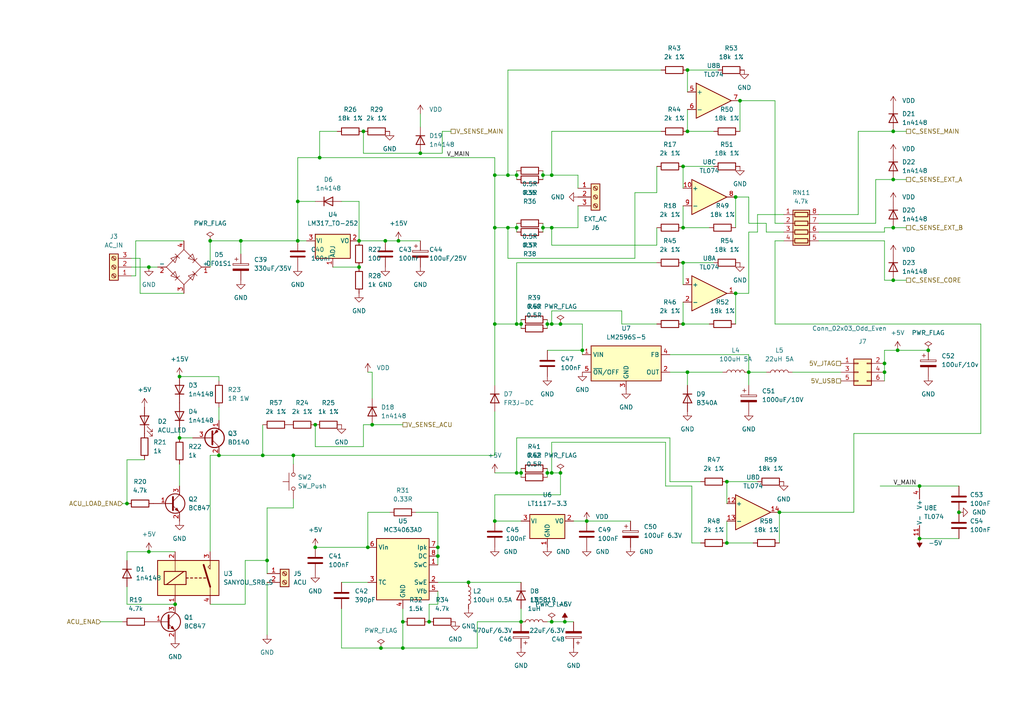
<source format=kicad_sch>
(kicad_sch (version 20211123) (generator eeschema)
  (paper "A4")
  (lib_symbols
    (symbol "Amplifier_Operational:TL074" (pin_names (offset 0.127))
      (property "Reference" "U" (at 0 5.08 0))
      (property "Value" "TL074" (at 0 -5.08 0))
      (symbol "TL074_1_1"
        (pin output line (at 7.62 0 180) (length 2.54) (name "~") (number "1"))
        (pin input line (at -7.62 -2.54 0) (length 2.54) (name "-") (number "2"))
        (pin input line (at -7.62 2.54 0) (length 2.54) (name "+") (number "3"))
      )
      (symbol "TL074_2_1"
        (pin input line (at -7.62 2.54 0) (length 2.54) (name "+") (number "5"))
        (pin input line (at -7.62 -2.54 0) (length 2.54) (name "-") (number "6"))
        (pin output line (at 7.62 0 180) (length 2.54) (name "~") (number "7"))
      )
      (symbol "TL074_3_1"
        (pin input line (at -7.62 2.54 0) (length 2.54) (name "+") (number "10"))
        (pin output line (at 7.62 0 180) (length 2.54) (name "~") (number "8"))
        (pin input line (at -7.62 -2.54 0) (length 2.54) (name "-") (number "9"))
      )
      (symbol "TL074_4_1"
        (pin input line (at -7.62 2.54 0) (length 2.54) (name "+") (number "12"))
        (pin input line (at -7.62 -2.54 0) (length 2.54) (name "-") (number "13"))
        (pin output line (at 7.62 0 180) (length 2.54) (name "~") (number "14"))
      )
      (symbol "TL074_5_1"
        (pin power_in line (at -2.54 -7.62 90) (length 3.81) (name "V-") (number "11"))
        (pin power_in line (at -2.54 7.62 270) (length 3.81) (name "V+") (number "4"))
      )
    )
    (symbol "Connector:Screw_Terminal_01x02" (pin_names (offset 1.016) hide)
      (property "Reference" "J" (at 0 2.54 0))
      (property "Value" "Screw_Terminal_01x02" (at 0 -5.08 0))
      (symbol "Screw_Terminal_01x02_1_1"
        (pin passive line (at -5.08 0 0) (length 3.81) (name "Pin_1") (number "1"))
        (pin passive line (at -5.08 -2.54 0) (length 3.81) (name "Pin_2") (number "2"))
      )
    )
    (symbol "Connector:Screw_Terminal_01x03" (pin_names (offset 1.016) hide)
      (property "Reference" "J" (at 0 5.08 0))
      (property "Value" "Screw_Terminal_01x03" (at 0 -5.08 0))
      (symbol "Screw_Terminal_01x03_1_1"
        (pin passive line (at -5.08 2.54 0) (length 3.81) (name "Pin_1") (number "1"))
        (pin passive line (at -5.08 0 0) (length 3.81) (name "Pin_2") (number "2"))
        (pin passive line (at -5.08 -2.54 0) (length 3.81) (name "Pin_3") (number "3"))
      )
    )
    (symbol "Connector_Generic:Conn_02x03_Odd_Even" (pin_names (offset 1.016) hide)
      (property "Reference" "J" (at 1.27 5.08 0))
      (property "Value" "Conn_02x03_Odd_Even" (at 1.27 -5.08 0))
      (symbol "Conn_02x03_Odd_Even_1_1"
        (pin passive line (at -5.08 2.54 0) (length 3.81) (name "Pin_1") (number "1"))
        (pin passive line (at 7.62 2.54 180) (length 3.81) (name "Pin_2") (number "2"))
        (pin passive line (at -5.08 0 0) (length 3.81) (name "Pin_3") (number "3"))
        (pin passive line (at 7.62 0 180) (length 3.81) (name "Pin_4") (number "4"))
        (pin passive line (at -5.08 -2.54 0) (length 3.81) (name "Pin_5") (number "5"))
        (pin passive line (at 7.62 -2.54 180) (length 3.81) (name "Pin_6") (number "6"))
      )
    )
    (symbol "Device:C" (pin_numbers hide) (pin_names (offset 0.254))
      (property "Reference" "C" (at 0.635 2.54 0))
      (property "Value" "C" (at 0.635 -2.54 0))
      (symbol "C_1_1"
        (pin passive line (at 0 3.81 270) (length 2.794) (name "~") (number "1"))
        (pin passive line (at 0 -3.81 90) (length 2.794) (name "~") (number "2"))
      )
    )
    (symbol "Device:C_Polarized" (pin_numbers hide) (pin_names (offset 0.254))
      (property "Reference" "C" (at 0.635 2.54 0))
      (property "Value" "C_Polarized" (at 0.635 -2.54 0))
      (symbol "C_Polarized_1_1"
        (pin passive line (at 0 3.81 270) (length 2.794) (name "~") (number "1"))
        (pin passive line (at 0 -3.81 90) (length 2.794) (name "~") (number "2"))
      )
    )
    (symbol "Device:D" (pin_numbers hide) (pin_names (offset 1.016) hide)
      (property "Reference" "D" (at 0 2.54 0))
      (property "Value" "D" (at 0 -2.54 0))
      (symbol "D_1_1"
        (pin passive line (at -3.81 0 0) (length 2.54) (name "K") (number "1"))
        (pin passive line (at 3.81 0 180) (length 2.54) (name "A") (number "2"))
      )
    )
    (symbol "Device:L" (pin_numbers hide) (pin_names (offset 1.016) hide)
      (property "Reference" "L" (at -1.27 0 90))
      (property "Value" "L" (at 1.905 0 90))
      (symbol "L_1_1"
        (pin passive line (at 0 3.81 270) (length 1.27) (name "1") (number "1"))
        (pin passive line (at 0 -3.81 90) (length 1.27) (name "2") (number "2"))
      )
    )
    (symbol "Device:LED" (pin_numbers hide) (pin_names (offset 1.016) hide)
      (property "Reference" "D" (at 0 2.54 0))
      (property "Value" "LED" (at 0 -2.54 0))
      (symbol "LED_1_1"
        (pin passive line (at -3.81 0 0) (length 2.54) (name "K") (number "1"))
        (pin passive line (at 3.81 0 180) (length 2.54) (name "A") (number "2"))
      )
    )
    (symbol "Device:R" (pin_numbers hide) (pin_names (offset 0))
      (property "Reference" "R" (at 2.032 0 90))
      (property "Value" "R" (at 0 0 90))
      (symbol "R_1_1"
        (pin passive line (at 0 3.81 270) (length 1.27) (name "~") (number "1"))
        (pin passive line (at 0 -3.81 90) (length 1.27) (name "~") (number "2"))
      )
    )
    (symbol "Device:R_Pack04" (pin_names (offset 0) hide)
      (property "Reference" "RN" (at -7.62 0 90))
      (property "Value" "R_Pack04" (at 5.08 0 90))
      (symbol "R_Pack04_1_1"
        (pin passive line (at -5.08 -5.08 90) (length 2.54) (name "R1.1") (number "1"))
        (pin passive line (at -2.54 -5.08 90) (length 2.54) (name "R2.1") (number "2"))
        (pin passive line (at 0 -5.08 90) (length 2.54) (name "R3.1") (number "3"))
        (pin passive line (at 2.54 -5.08 90) (length 2.54) (name "R4.1") (number "4"))
        (pin passive line (at 2.54 5.08 270) (length 2.54) (name "R4.2") (number "5"))
        (pin passive line (at 0 5.08 270) (length 2.54) (name "R3.2") (number "6"))
        (pin passive line (at -2.54 5.08 270) (length 2.54) (name "R2.2") (number "7"))
        (pin passive line (at -5.08 5.08 270) (length 2.54) (name "R1.2") (number "8"))
      )
    )
    (symbol "Diode_Bridge:DF01S1" (pin_names (offset 0))
      (property "Reference" "D" (at 2.54 6.985 0))
      (property "Value" "DF01S1" (at 2.54 5.08 0))
      (symbol "DF01S1_1_1"
        (pin passive line (at 7.62 0 180) (length 2.54) (name "+") (number "1"))
        (pin passive line (at -7.62 0 0) (length 2.54) (name "-") (number "2"))
        (pin passive line (at 0 -7.62 90) (length 2.54) (name "~") (number "3"))
        (pin passive line (at 0 7.62 270) (length 2.54) (name "~") (number "4"))
      )
    )
    (symbol "Regulator_Linear:LM317_TO-252" (pin_names (offset 0.254))
      (property "Reference" "U" (at -3.81 3.175 0))
      (property "Value" "LM317_TO-252" (at 0 3.175 0))
      (symbol "LM317_TO-252_1_1"
        (pin input line (at 0 -7.62 90) (length 2.54) (name "ADJ") (number "1"))
        (pin power_out line (at 7.62 0 180) (length 2.54) (name "VO") (number "2"))
        (pin power_in line (at -7.62 0 0) (length 2.54) (name "VI") (number "3"))
      )
    )
    (symbol "Regulator_Linear:LT1117-3.3" (pin_names (offset 0.254))
      (property "Reference" "U" (at -3.81 3.175 0))
      (property "Value" "LT1117-3.3" (at 0 3.175 0))
      (symbol "LT1117-3.3_1_1"
        (pin power_in line (at 0 -7.62 90) (length 2.54) (name "GND") (number "1"))
        (pin power_out line (at 7.62 0 180) (length 2.54) (name "VO") (number "2"))
        (pin power_in line (at -7.62 0 0) (length 2.54) (name "VI") (number "3"))
      )
    )
    (symbol "Regulator_Switching:LM2596S-5"
      (property "Reference" "U" (at -10.16 6.35 0))
      (property "Value" "LM2596S-5" (at 0 6.35 0))
      (symbol "LM2596S-5_1_1"
        (pin power_in line (at -12.7 2.54 0) (length 2.54) (name "VIN") (number "1"))
        (pin output line (at 12.7 -2.54 180) (length 2.54) (name "OUT") (number "2"))
        (pin power_in line (at 0 -7.62 90) (length 2.54) (name "GND") (number "3"))
        (pin input line (at 12.7 2.54 180) (length 2.54) (name "FB") (number "4"))
        (pin input line (at -12.7 -2.54 0) (length 2.54) (name "~{ON}/OFF") (number "5"))
      )
    )
    (symbol "Regulator_Switching:MC34063AD"
      (property "Reference" "U" (at -7.62 8.89 0))
      (property "Value" "MC34063AD" (at 0 8.89 0))
      (symbol "MC34063AD_1_1"
        (pin open_collector line (at 10.16 0 180) (length 2.54) (name "SwC") (number "1"))
        (pin open_emitter line (at 10.16 -5.08 180) (length 2.54) (name "SwE") (number "2"))
        (pin passive line (at -10.16 -5.08 0) (length 2.54) (name "TC") (number "3"))
        (pin power_in line (at 0 -12.7 90) (length 2.54) (name "GND") (number "4"))
        (pin input line (at 10.16 -7.62 180) (length 2.54) (name "Vfb") (number "5"))
        (pin power_in line (at -10.16 5.08 0) (length 2.54) (name "Vin") (number "6"))
        (pin input line (at 10.16 5.08 180) (length 2.54) (name "Ipk") (number "7"))
        (pin open_collector line (at 10.16 2.54 180) (length 2.54) (name "DC") (number "8"))
      )
    )
    (symbol "Switch:SW_Push" (pin_numbers hide) (pin_names (offset 1.016) hide)
      (property "Reference" "SW" (at 1.27 2.54 0))
      (property "Value" "SW_Push" (at 0 -1.524 0))
      (symbol "SW_Push_0_1"
        (pin passive line (at -5.08 0 0) (length 2.54) (name "1") (number "1"))
        (pin passive line (at 5.08 0 180) (length 2.54) (name "2") (number "2"))
      )
    )
    (symbol "Transistor_BJT:BC847" (pin_names (offset 0) hide)
      (property "Reference" "Q" (at 5.08 1.905 0))
      (property "Value" "BC847" (at 5.08 0 0))
      (symbol "BC847_1_1"
        (pin input line (at -5.08 0 0) (length 5.715) (name "B") (number "1"))
        (pin passive line (at 2.54 -5.08 90) (length 2.54) (name "E") (number "2"))
        (pin passive line (at 2.54 5.08 270) (length 2.54) (name "C") (number "3"))
      )
    )
    (symbol "Transistor_BJT:BD140" (pin_names (offset 0) hide)
      (property "Reference" "Q" (at 5.08 1.905 0))
      (property "Value" "BD140" (at 5.08 0 0))
      (symbol "BD140_1_1"
        (pin passive line (at 2.54 -5.08 90) (length 2.54) (name "E") (number "1"))
        (pin passive line (at 2.54 5.08 270) (length 2.54) (name "C") (number "2"))
        (pin input line (at -5.08 0 0) (length 5.08) (name "B") (number "3"))
      )
    )
    (symbol "moje:SANYOU_SRB_S"
      (property "Reference" "U" (at 0 0 0))
      (property "Value" "SANYOU_SRB_S" (at -1.27 -3.81 0))
      (symbol "SANYOU_SRB_S_1_1"
        (pin passive line (at -5.08 -7.62 90) (length 2.54) (name "~") (number "1"))
        (pin passive line (at -5.08 7.62 270) (length 2.54) (name "~") (number "2"))
        (pin passive line (at 5.08 7.62 270) (length 2.54) (name "~") (number "3"))
        (pin passive line (at 5.08 -7.62 90) (length 2.54) (name "~") (number "4"))
      )
    )
    (symbol "power:+15V" (power) (pin_names (offset 0))
      (property "Value" "+15V" (at 0 3.556 0))
      (symbol "+15V_1_1"
        (pin power_in line (at 0 0 90) (length 0) hide (name "+15V") (number "1"))
      )
    )
    (symbol "power:+5V" (power) (pin_names (offset 0))
      (property "Value" "+5V" (at 0 3.556 0))
      (symbol "+5V_1_1"
        (pin power_in line (at 0 0 90) (length 0) hide (name "+5V") (number "1"))
      )
    )
    (symbol "power:-5V" (power) (pin_names (offset 0))
      (property "Value" "-5V" (at 0 3.81 0))
      (symbol "-5V_0_0"
        (pin power_in line (at 0 0 90) (length 0) hide (name "-5V") (number "1"))
      )
    )
    (symbol "power:GND" (power) (pin_names (offset 0))
      (property "Value" "GND" (at 0 -3.81 0))
      (symbol "GND_1_1"
        (pin power_in line (at 0 0 270) (length 0) hide (name "GND") (number "1"))
      )
    )
    (symbol "power:PWR_FLAG" (power) (pin_numbers hide) (pin_names (offset 0) hide)
      (property "Value" "PWR_FLAG" (at 0 3.81 0))
      (symbol "PWR_FLAG_0_0"
        (pin power_out line (at 0 0 90) (length 0) (name "pwr") (number "1"))
      )
    )
    (symbol "power:VDD" (power) (pin_names (offset 0))
      (property "Value" "VDD" (at 0 3.81 0))
      (symbol "VDD_1_1"
        (pin power_in line (at 0 0 90) (length 0) hide (name "VDD") (number "1"))
      )
    )
  )
  (junction (at 52.07 127))
  (junction (at 259.08 52.07))
  (junction (at 199.39 107.95))
  (junction (at 278.13 148.59))
  (junction (at 149.86 50.8))
  (junction (at 76.2 132.08))
  (junction (at 198.12 93.98))
  (junction (at 110.49 187.96))
  (junction (at 104.14 69.85))
  (junction (at 86.36 58.42))
  (junction (at 162.56 93.98))
  (junction (at 149.86 137.16))
  (junction (at 43.18 160.02))
  (junction (at 60.96 69.85))
  (junction (at 210.82 157.48))
  (junction (at 151.13 137.16))
  (junction (at 111.76 69.85))
  (junction (at 91.44 123.19))
  (junction (at 151.13 180.34))
  (junction (at 135.89 168.91))
  (junction (at 115.57 69.85))
  (junction (at 269.24 101.6))
  (junction (at 116.84 187.96))
  (junction (at 266.7 140.97))
  (junction (at 121.92 44.45))
  (junction (at 259.08 38.1))
  (junction (at 198.12 76.2))
  (junction (at 213.36 85.09))
  (junction (at 210.82 139.7))
  (junction (at 143.51 50.8))
  (junction (at 147.32 50.8))
  (junction (at 256.54 105.41))
  (junction (at 91.44 158.75))
  (junction (at 50.8 175.26))
  (junction (at 107.95 123.19))
  (junction (at 127 158.75))
  (junction (at 214.63 29.21))
  (junction (at 106.68 158.75))
  (junction (at 127 161.29))
  (junction (at 92.71 45.72))
  (junction (at 160.02 50.8))
  (junction (at 143.51 66.04))
  (junction (at 151.13 93.98))
  (junction (at 259.08 81.28))
  (junction (at 149.86 66.04))
  (junction (at 266.7 156.21))
  (junction (at 170.18 151.13))
  (junction (at 168.91 101.6))
  (junction (at 116.84 180.34))
  (junction (at 199.39 20.32))
  (junction (at 149.86 93.98))
  (junction (at 213.36 57.15))
  (junction (at 160.02 66.04))
  (junction (at 69.85 69.85))
  (junction (at 124.46 180.34))
  (junction (at 198.12 66.04))
  (junction (at 86.36 69.85))
  (junction (at 160.02 180.34))
  (junction (at 143.51 151.13))
  (junction (at 52.07 109.22))
  (junction (at 162.56 137.16))
  (junction (at 260.35 101.6))
  (junction (at 77.47 162.56))
  (junction (at 105.41 38.1))
  (junction (at 85.09 132.08))
  (junction (at 104.14 77.47))
  (junction (at 217.17 107.95))
  (junction (at 147.32 66.04))
  (junction (at 158.75 137.16))
  (junction (at 226.06 148.59))
  (junction (at 143.51 93.98))
  (junction (at 199.39 38.1))
  (junction (at 256.54 107.95))
  (junction (at 63.5 132.08))
  (junction (at 160.02 93.98))
  (junction (at 157.48 50.8))
  (junction (at 36.83 146.05))
  (junction (at 157.48 66.04))
  (junction (at 160.02 137.16))
  (junction (at 198.12 48.26))
  (junction (at 43.18 77.47))
  (junction (at 163.83 180.34))
  (junction (at 158.75 93.98))
  (junction (at 259.08 66.04))
  (wire (pts (xy 158.75 93.98) (xy 158.75 95.25)))
  (wire (pts (xy 96.52 77.47) (xy 104.14 77.47)))
  (wire (pts (xy 60.96 69.85) (xy 69.85 69.85)))
  (wire (pts (xy 157.48 50.8) (xy 157.48 49.53)))
  (wire (pts (xy 143.51 66.04) (xy 143.51 50.8)))
  (wire (pts (xy 284.48 93.98) (xy 224.79 93.98)))
  (wire (pts (xy 104.14 69.85) (xy 111.76 69.85)))
  (wire (pts (xy 217.17 111.76) (xy 217.17 107.95)))
  (wire (pts (xy 60.96 77.47) (xy 60.96 69.85)))
  (wire (pts (xy 199.39 107.95) (xy 209.55 107.95)))
  (wire (pts (xy 158.75 180.34) (xy 160.02 180.34)))
  (wire (pts (xy 214.63 29.21) (xy 224.79 29.21)))
  (wire (pts (xy 135.89 168.91) (xy 151.13 168.91)))
  (wire (pts (xy 269.24 101.6) (xy 260.35 101.6)))
  (wire (pts (xy 71.12 162.56) (xy 77.47 162.56)))
  (wire (pts (xy 247.65 148.59) (xy 247.65 125.73)))
  (wire (pts (xy 254 64.77) (xy 254 52.07)))
  (wire (pts (xy 151.13 137.16) (xy 151.13 138.43)))
  (wire (pts (xy 203.2 157.48) (xy 200.66 157.48)))
  (wire (pts (xy 143.51 66.04) (xy 147.32 66.04)))
  (wire (pts (xy 160.02 128.27) (xy 160.02 137.16)))
  (wire (pts (xy 198.12 48.26) (xy 198.12 54.61)))
  (wire (pts (xy 248.92 38.1) (xy 259.08 38.1)))
  (wire (pts (xy 111.76 69.85) (xy 115.57 69.85)))
  (wire (pts (xy 121.92 44.45) (xy 128.27 44.45)))
  (wire (pts (xy 217.17 102.87) (xy 217.17 107.95)))
  (wire (pts (xy 194.31 127) (xy 149.86 127)))
  (wire (pts (xy 193.04 140.97) (xy 193.04 128.27)))
  (wire (pts (xy 36.83 160.02) (xy 36.83 162.56)))
  (wire (pts (xy 149.86 52.07) (xy 149.86 50.8)))
  (wire (pts (xy 69.85 69.85) (xy 86.36 69.85)))
  (wire (pts (xy 36.83 175.26) (xy 50.8 175.26)))
  (wire (pts (xy 198.12 48.26) (xy 207.01 48.26)))
  (wire (pts (xy 170.18 151.13) (xy 182.88 151.13)))
  (wire (pts (xy 151.13 93.98) (xy 151.13 95.25)))
  (wire (pts (xy 41.91 133.35) (xy 36.83 133.35)))
  (wire (pts (xy 227.33 64.77) (xy 224.79 64.77)))
  (wire (pts (xy 143.51 50.8) (xy 147.32 50.8)))
  (wire (pts (xy 190.5 71.12) (xy 160.02 71.12)))
  (wire (pts (xy 217.17 57.15) (xy 213.36 57.15)))
  (wire (pts (xy 237.49 67.31) (xy 256.54 67.31)))
  (wire (pts (xy 149.86 93.98) (xy 151.13 93.98)))
  (wire (pts (xy 157.48 66.04) (xy 157.48 64.77)))
  (wire (pts (xy 157.48 52.07) (xy 157.48 50.8)))
  (wire (pts (xy 180.34 93.98) (xy 190.5 93.98)))
  (wire (pts (xy 226.06 148.59) (xy 226.06 157.48)))
  (wire (pts (xy 284.48 125.73) (xy 284.48 93.98)))
  (wire (pts (xy 158.75 135.89) (xy 158.75 137.16)))
  (wire (pts (xy 105.41 44.45) (xy 121.92 44.45)))
  (wire (pts (xy 194.31 102.87) (xy 217.17 102.87)))
  (wire (pts (xy 199.39 38.1) (xy 207.01 38.1)))
  (wire (pts (xy 157.48 67.31) (xy 157.48 66.04)))
  (wire (pts (xy 104.14 58.42) (xy 104.14 69.85)))
  (wire (pts (xy 147.32 66.04) (xy 149.86 66.04)))
  (wire (pts (xy 217.17 67.31) (xy 219.71 67.31)))
  (wire (pts (xy 237.49 62.23) (xy 248.92 62.23)))
  (wire (pts (xy 69.85 69.85) (xy 69.85 73.66)))
  (wire (pts (xy 36.83 133.35) (xy 36.83 146.05)))
  (wire (pts (xy 143.51 111.76) (xy 143.51 93.98)))
  (wire (pts (xy 157.48 50.8) (xy 160.02 50.8)))
  (wire (pts (xy 86.36 58.42) (xy 86.36 69.85)))
  (wire (pts (xy 86.36 69.85) (xy 88.9 69.85)))
  (wire (pts (xy 143.51 45.72) (xy 92.71 45.72)))
  (wire (pts (xy 162.56 143.51) (xy 143.51 143.51)))
  (wire (pts (xy 190.5 48.26) (xy 190.5 55.88)))
  (wire (pts (xy 143.51 132.08) (xy 143.51 119.38)))
  (wire (pts (xy 52.07 109.22) (xy 63.5 109.22)))
  (wire (pts (xy 217.17 64.77) (xy 222.25 64.77)))
  (wire (pts (xy 60.96 132.08) (xy 63.5 132.08)))
  (wire (pts (xy 168.91 93.98) (xy 168.91 101.6)))
  (wire (pts (xy 200.66 157.48) (xy 200.66 140.97)))
  (wire (pts (xy 120.65 148.59) (xy 127 148.59)))
  (wire (pts (xy 256.54 107.95) (xy 256.54 110.49)))
  (wire (pts (xy 158.75 92.71) (xy 158.75 93.98)))
  (wire (pts (xy 91.44 58.42) (xy 86.36 58.42)))
  (wire (pts (xy 76.2 132.08) (xy 85.09 132.08)))
  (wire (pts (xy 128.27 44.45) (xy 128.27 38.1)))
  (wire (pts (xy 147.32 20.32) (xy 191.77 20.32)))
  (wire (pts (xy 222.25 64.77) (xy 222.25 67.31)))
  (wire (pts (xy 110.49 187.96) (xy 116.84 187.96)))
  (wire (pts (xy 198.12 76.2) (xy 207.01 76.2)))
  (wire (pts (xy 198.12 59.69) (xy 198.12 66.04)))
  (wire (pts (xy 213.36 85.09) (xy 213.36 93.98)))
  (wire (pts (xy 160.02 71.12) (xy 160.02 66.04)))
  (wire (pts (xy 191.77 38.1) (xy 160.02 38.1)))
  (wire (pts (xy 259.08 66.04) (xy 256.54 66.04)))
  (wire (pts (xy 107.95 123.19) (xy 116.84 123.19)))
  (wire (pts (xy 52.07 127) (xy 52.07 124.46)))
  (wire (pts (xy 217.17 85.09) (xy 213.36 85.09)))
  (wire (pts (xy 262.89 66.04) (xy 259.08 66.04)))
  (wire (pts (xy 38.1 80.01) (xy 39.37 80.01)))
  (wire (pts (xy 256.54 101.6) (xy 256.54 105.41)))
  (wire (pts (xy 124.46 175.26) (xy 124.46 180.34)))
  (wire (pts (xy 143.51 143.51) (xy 143.51 151.13)))
  (wire (pts (xy 116.84 187.96) (xy 116.84 180.34)))
  (wire (pts (xy 105.41 129.54) (xy 91.44 129.54)))
  (wire (pts (xy 213.36 57.15) (xy 213.36 66.04)))
  (wire (pts (xy 247.65 125.73) (xy 284.48 125.73)))
  (wire (pts (xy 99.06 176.53) (xy 99.06 187.96)))
  (wire (pts (xy 256.54 67.31) (xy 256.54 66.04)))
  (wire (pts (xy 210.82 151.13) (xy 210.82 157.48)))
  (wire (pts (xy 86.36 45.72) (xy 86.36 58.42)))
  (wire (pts (xy 259.08 81.28) (xy 256.54 81.28)))
  (wire (pts (xy 262.89 38.1) (xy 259.08 38.1)))
  (wire (pts (xy 210.82 139.7) (xy 219.71 139.7)))
  (wire (pts (xy 43.18 160.02) (xy 36.83 160.02)))
  (wire (pts (xy 53.34 85.09) (xy 40.64 85.09)))
  (wire (pts (xy 237.49 69.85) (xy 256.54 69.85)))
  (wire (pts (xy 266.7 156.21) (xy 278.13 156.21)))
  (wire (pts (xy 162.56 137.16) (xy 162.56 143.51)))
  (wire (pts (xy 199.39 20.32) (xy 208.28 20.32)))
  (wire (pts (xy 190.5 55.88) (xy 184.15 55.88)))
  (wire (pts (xy 71.12 175.26) (xy 71.12 162.56)))
  (wire (pts (xy 85.09 132.08) (xy 85.09 134.62)))
  (wire (pts (xy 157.48 66.04) (xy 160.02 66.04)))
  (wire (pts (xy 199.39 107.95) (xy 199.39 111.76)))
  (wire (pts (xy 55.88 127) (xy 52.07 127)))
  (wire (pts (xy 151.13 135.89) (xy 151.13 137.16)))
  (wire (pts (xy 219.71 62.23) (xy 227.33 62.23)))
  (wire (pts (xy 107.95 107.95) (xy 106.68 107.95)))
  (wire (pts (xy 151.13 92.71) (xy 151.13 93.98)))
  (wire (pts (xy 92.71 45.72) (xy 86.36 45.72)))
  (wire (pts (xy 29.21 180.34) (xy 35.56 180.34)))
  (wire (pts (xy 158.75 93.98) (xy 160.02 93.98)))
  (wire (pts (xy 163.83 180.34) (xy 166.37 180.34)))
  (wire (pts (xy 226.06 148.59) (xy 247.65 148.59)))
  (wire (pts (xy 166.37 151.13) (xy 170.18 151.13)))
  (wire (pts (xy 198.12 93.98) (xy 205.74 93.98)))
  (wire (pts (xy 222.25 67.31) (xy 227.33 67.31)))
  (wire (pts (xy 76.2 123.19) (xy 76.2 132.08)))
  (wire (pts (xy 224.79 64.77) (xy 224.79 29.21)))
  (wire (pts (xy 39.37 69.85) (xy 53.34 69.85)))
  (wire (pts (xy 77.47 168.91) (xy 77.47 184.15)))
  (wire (pts (xy 113.03 148.59) (xy 106.68 148.59)))
  (wire (pts (xy 255.27 140.97) (xy 266.7 140.97)))
  (wire (pts (xy 143.51 93.98) (xy 149.86 93.98)))
  (wire (pts (xy 260.35 101.6) (xy 256.54 101.6)))
  (wire (pts (xy 167.64 50.8) (xy 167.64 54.61)))
  (wire (pts (xy 106.68 148.59) (xy 106.68 158.75)))
  (wire (pts (xy 210.82 139.7) (xy 210.82 146.05)))
  (wire (pts (xy 180.34 90.17) (xy 160.02 90.17)))
  (wire (pts (xy 256.54 105.41) (xy 256.54 107.95)))
  (wire (pts (xy 203.2 139.7) (xy 194.31 139.7)))
  (wire (pts (xy 91.44 158.75) (xy 106.68 158.75)))
  (wire (pts (xy 85.09 147.32) (xy 85.09 144.78)))
  (wire (pts (xy 160.02 137.16) (xy 162.56 137.16)))
  (wire (pts (xy 184.15 74.93) (xy 147.32 74.93)))
  (wire (pts (xy 151.13 176.53) (xy 151.13 180.34)))
  (wire (pts (xy 107.95 115.57) (xy 107.95 107.95)))
  (wire (pts (xy 168.91 101.6) (xy 168.91 102.87)))
  (wire (pts (xy 194.31 107.95) (xy 199.39 107.95)))
  (wire (pts (xy 77.47 166.37) (xy 77.47 162.56)))
  (wire (pts (xy 248.92 62.23) (xy 248.92 38.1)))
  (wire (pts (xy 198.12 76.2) (xy 198.12 82.55)))
  (wire (pts (xy 167.64 66.04) (xy 167.64 59.69)))
  (wire (pts (xy 92.71 38.1) (xy 92.71 45.72)))
  (wire (pts (xy 127 171.45) (xy 127 175.26)))
  (wire (pts (xy 229.87 107.95) (xy 243.84 107.95)))
  (wire (pts (xy 158.75 137.16) (xy 158.75 138.43)))
  (wire (pts (xy 99.06 168.91) (xy 106.68 168.91)))
  (wire (pts (xy 39.37 80.01) (xy 39.37 69.85)))
  (wire (pts (xy 149.86 50.8) (xy 149.86 49.53)))
  (wire (pts (xy 127 168.91) (xy 135.89 168.91)))
  (wire (pts (xy 63.5 109.22) (xy 63.5 110.49)))
  (wire (pts (xy 99.06 58.42) (xy 104.14 58.42)))
  (wire (pts (xy 40.64 85.09) (xy 40.64 74.93)))
  (wire (pts (xy 162.56 93.98) (xy 168.91 93.98)))
  (wire (pts (xy 147.32 20.32) (xy 147.32 50.8)))
  (wire (pts (xy 127 175.26) (xy 124.46 175.26)))
  (wire (pts (xy 127 161.29) (xy 127 163.83)))
  (wire (pts (xy 116.84 180.34) (xy 116.84 176.53)))
  (wire (pts (xy 158.75 101.6) (xy 168.91 101.6)))
  (wire (pts (xy 50.8 160.02) (xy 43.18 160.02)))
  (wire (pts (xy 256.54 69.85) (xy 256.54 81.28)))
  (wire (pts (xy 99.06 187.96) (xy 110.49 187.96)))
  (wire (pts (xy 63.5 132.08) (xy 76.2 132.08)))
  (wire (pts (xy 149.86 76.2) (xy 149.86 93.98)))
  (wire (pts (xy 259.08 52.07) (xy 254 52.07)))
  (wire (pts (xy 190.5 76.2) (xy 149.86 76.2)))
  (wire (pts (xy 149.86 127) (xy 149.86 137.16)))
  (wire (pts (xy 199.39 31.75) (xy 199.39 38.1)))
  (wire (pts (xy 40.64 74.93) (xy 38.1 74.93)))
  (wire (pts (xy 224.79 69.85) (xy 227.33 69.85)))
  (wire (pts (xy 121.92 33.02) (xy 121.92 36.83)))
  (wire (pts (xy 217.17 85.09) (xy 217.17 67.31)))
  (wire (pts (xy 184.15 55.88) (xy 184.15 74.93)))
  (wire (pts (xy 149.86 137.16) (xy 151.13 137.16)))
  (wire (pts (xy 77.47 162.56) (xy 77.47 147.32)))
  (wire (pts (xy 217.17 57.15) (xy 217.17 64.77)))
  (wire (pts (xy 194.31 139.7) (xy 194.31 127)))
  (wire (pts (xy 60.96 175.26) (xy 71.12 175.26)))
  (wire (pts (xy 200.66 140.97) (xy 193.04 140.97)))
  (wire (pts (xy 138.43 180.34) (xy 138.43 187.96)))
  (wire (pts (xy 199.39 20.32) (xy 199.39 26.67)))
  (wire (pts (xy 219.71 67.31) (xy 219.71 62.23)))
  (wire (pts (xy 85.09 132.08) (xy 143.51 132.08)))
  (wire (pts (xy 143.51 137.16) (xy 149.86 137.16)))
  (wire (pts (xy 158.75 137.16) (xy 160.02 137.16)))
  (wire (pts (xy 115.57 69.85) (xy 121.92 69.85)))
  (wire (pts (xy 60.96 160.02) (xy 60.96 132.08)))
  (wire (pts (xy 198.12 87.63) (xy 198.12 93.98)))
  (wire (pts (xy 43.18 77.47) (xy 45.72 77.47)))
  (wire (pts (xy 160.02 38.1) (xy 160.02 50.8)))
  (wire (pts (xy 128.27 38.1) (xy 130.81 38.1)))
  (wire (pts (xy 147.32 50.8) (xy 149.86 50.8)))
  (wire (pts (xy 160.02 93.98) (xy 162.56 93.98)))
  (wire (pts (xy 190.5 66.04) (xy 190.5 71.12)))
  (wire (pts (xy 262.89 81.28) (xy 259.08 81.28)))
  (wire (pts (xy 214.63 29.21) (xy 214.63 38.1)))
  (wire (pts (xy 77.47 147.32) (xy 85.09 147.32)))
  (wire (pts (xy 160.02 50.8) (xy 167.64 50.8)))
  (wire (pts (xy 105.41 44.45) (xy 105.41 38.1)))
  (wire (pts (xy 160.02 180.34) (xy 163.83 180.34)))
  (wire (pts (xy 38.1 77.47) (xy 43.18 77.47)))
  (wire (pts (xy 198.12 66.04) (xy 205.74 66.04)))
  (wire (pts (xy 138.43 180.34) (xy 151.13 180.34)))
  (wire (pts (xy 91.44 129.54) (xy 91.44 123.19)))
  (wire (pts (xy 127 158.75) (xy 127 161.29)))
  (wire (pts (xy 149.86 66.04) (xy 149.86 64.77)))
  (wire (pts (xy 36.83 170.18) (xy 36.83 175.26)))
  (wire (pts (xy 224.79 93.98) (xy 224.79 69.85)))
  (wire (pts (xy 147.32 74.93) (xy 147.32 66.04)))
  (wire (pts (xy 160.02 90.17) (xy 160.02 93.98)))
  (wire (pts (xy 160.02 66.04) (xy 167.64 66.04)))
  (wire (pts (xy 237.49 64.77) (xy 254 64.77)))
  (wire (pts (xy 266.7 140.97) (xy 278.13 140.97)))
  (wire (pts (xy 262.89 52.07) (xy 259.08 52.07)))
  (wire (pts (xy 217.17 107.95) (xy 222.25 107.95)))
  (wire (pts (xy 105.41 123.19) (xy 107.95 123.19)))
  (wire (pts (xy 143.51 151.13) (xy 151.13 151.13)))
  (wire (pts (xy 143.51 50.8) (xy 143.51 45.72)))
  (wire (pts (xy 210.82 157.48) (xy 218.44 157.48)))
  (wire (pts (xy 149.86 67.31) (xy 149.86 66.04)))
  (wire (pts (xy 193.04 128.27) (xy 160.02 128.27)))
  (wire (pts (xy 180.34 93.98) (xy 180.34 90.17)))
  (wire (pts (xy 138.43 187.96) (xy 116.84 187.96)))
  (wire (pts (xy 97.79 38.1) (xy 92.71 38.1)))
  (wire (pts (xy 52.07 134.62) (xy 52.07 140.97)))
  (wire (pts (xy 127 148.59) (xy 127 158.75)))
  (wire (pts (xy 143.51 66.04) (xy 143.51 93.98)))
  (wire (pts (xy 35.56 146.05) (xy 36.83 146.05)))
  (wire (pts (xy 63.5 118.11) (xy 63.5 121.92)))
  (wire (pts (xy 105.41 123.19) (xy 105.41 129.54)))
  (label "V_MAIN" (at 129.54 45.72 0))
  (label "V_MAIN" (at 259.08 140.97 0))
  (hierarchical_label "5V_JTAG" (shape passive) (at 243.84 105.41 180))
  (hierarchical_label "C_SENSE_EXT_A" (shape passive) (at 262.89 52.07 0))
  (hierarchical_label "ACU_ENA" (shape input) (at 29.21 180.34 180))
  (hierarchical_label "C_SENSE_MAIN" (shape passive) (at 262.89 38.1 0))
  (hierarchical_label "5V_USB" (shape passive) (at 243.84 110.49 180))
  (hierarchical_label "V_SENSE_MAIN" (shape passive) (at 130.81 38.1 0))
  (hierarchical_label "C_SENSE_CORE" (shape passive) (at 262.89 81.28 0))
  (hierarchical_label "C_SENSE_EXT_B" (shape passive) (at 262.89 66.04 0))
  (hierarchical_label "ACU_LOAD_ENA" (shape input) (at 35.56 146.05 180))
  (hierarchical_label "V_SENSE_ACU" (shape passive) (at 116.84 123.19 0))
  (symbol (lib_id "power:VDD") (at 259.08 30.48 0) (unit 1)
    (property "Reference" "#PWR052" (effects hide))
    (property "Value" "VDD" (at 261.62 29.2099 0) (effects (justify left)))
  )
  (symbol (lib_id "Device:R") (at 195.58 38.1 90) (unit 1)
    (property "Reference" "R44" (at 195.58 31.75 90))
    (property "Value" "2k 1%" (at 195.58 34.29 90))
    (property "Footprint" "Resistor_SMD:R_0805_2012Metric_Pad1.20x1.40mm_HandSolder" (effects hide))
  )
  (symbol (lib_id "power:GND") (at 121.92 77.47 0) (unit 1)
    (property "Reference" "#PWR0229" (effects hide))
    (property "Value" "GND" (at 121.92 82.55 0))
  )
  (symbol (lib_id "Device:R") (at 128.27 180.34 270) (unit 1)
    (property "Reference" "R34" (at 128.27 173.99 90))
    (property "Value" "4.7k" (at 128.27 176.53 90))
    (property "Footprint" "Resistor_SMD:R_0805_2012Metric_Pad1.20x1.40mm_HandSolder" (effects hide))
  )
  (symbol (lib_id "power:VDD") (at 259.08 73.66 0) (unit 1)
    (property "Reference" "#PWR054" (effects hide))
    (property "Value" "VDD" (at 261.62 72.3899 0) (effects (justify left)))
  )
  (symbol (lib_id "Device:L") (at 154.94 180.34 90) (unit 1)
    (property "Reference" "L3" (at 154.94 173.99 90))
    (property "Value" "1uH" (at 154.94 176.53 90))
    (property "Footprint" "Inductor_SMD:L_1812_4532Metric_Pad1.30x3.40mm_HandSolder" (effects hide))
  )
  (symbol (lib_id "Device:C_Polarized") (at 69.85 77.47 0) (unit 1)
    (property "Reference" "C39" (at 73.66 75.3109 0) (effects (justify left)))
    (property "Value" "330uF/35V" (at 73.66 77.8509 0) (effects (justify left)))
    (property "Footprint" "Capacitor_SMD:CP_Elec_10x10.5" (effects hide))
  )
  (symbol (lib_id "Device:R") (at 116.84 148.59 90) (unit 1)
    (property "Reference" "R31" (at 116.84 142.24 90))
    (property "Value" "0.33R" (at 116.84 144.78 90))
    (property "Footprint" "Resistor_SMD:R_0805_2012Metric_Pad1.20x1.40mm_HandSolder" (effects hide))
  )
  (symbol (lib_id "power:GND") (at 158.75 158.75 0) (unit 1)
    (property "Reference" "#PWR0254" (effects hide))
    (property "Value" "GND" (at 161.29 160.0199 0) (effects (justify left)))
  )
  (symbol (lib_id "Device:R") (at 210.82 38.1 90) (unit 1)
    (property "Reference" "R50" (at 210.82 31.75 90))
    (property "Value" "18k 1%" (at 210.82 34.29 90))
    (property "Footprint" "Resistor_SMD:R_0805_2012Metric_Pad1.20x1.40mm_HandSolder" (effects hide))
  )
  (symbol (lib_id "power:GND") (at 52.07 151.13 0) (unit 1)
    (property "Reference" "#PWR0242" (effects hide))
    (property "Value" "GND" (at 52.07 156.21 0))
  )
  (symbol (lib_id "power:+15V") (at 52.07 109.22 0) (unit 1)
    (property "Reference" "#PWR0233" (effects hide))
    (property "Value" "+15V" (at 52.07 104.14 0))
  )
  (symbol (lib_id "power:+5V") (at 91.44 158.75 0) (unit 1)
    (property "Reference" "#PWR0245" (effects hide))
    (property "Value" "+5V" (at 91.44 153.67 0))
  )
  (symbol (lib_id "Device:R") (at 104.14 73.66 180) (unit 1)
    (property "Reference" "R27" (at 106.68 72.3899 0) (effects (justify right)))
    (property "Value" "100" (at 106.68 74.9299 0) (effects (justify right)))
    (property "Footprint" "Resistor_SMD:R_0805_2012Metric_Pad1.20x1.40mm_HandSolder" (effects hide))
  )
  (symbol (lib_id "Device:R") (at 210.82 48.26 90) (unit 1)
    (property "Reference" "R51" (at 210.82 41.91 90))
    (property "Value" "18k 1%" (at 210.82 44.45 90))
    (property "Footprint" "Resistor_SMD:R_0805_2012Metric_Pad1.20x1.40mm_HandSolder" (effects hide))
  )
  (symbol (lib_id "Device:R") (at 80.01 123.19 270) (unit 1)
    (property "Reference" "R57" (at 80.01 116.84 90))
    (property "Value" "2k 1%" (at 80.01 119.38 90))
    (property "Footprint" "Resistor_SMD:R_0805_2012Metric_Pad1.20x1.40mm_HandSolder" (effects hide))
  )
  (symbol (lib_id "Device:L") (at 135.89 172.72 0) (unit 1)
    (property "Reference" "L2" (at 137.16 171.4499 0) (effects (justify left)))
    (property "Value" "100uH 0.5A" (at 137.16 173.9899 0) (effects (justify left)))
    (property "Footprint" "Inductor_SMD:L_Bourns-SRU8028_8.0x8.0mm" (effects hide))
  )
  (symbol (lib_id "power:GND") (at 104.14 85.09 0) (unit 1)
    (property "Reference" "#PWR0228" (effects hide))
    (property "Value" "GND" (at 104.14 90.17 0))
  )
  (symbol (lib_id "Device:R") (at 104.14 81.28 180) (unit 1)
    (property "Reference" "R28" (at 106.68 80.0099 0) (effects (justify right)))
    (property "Value" "1k" (at 106.68 82.5499 0) (effects (justify right)))
    (property "Footprint" "Resistor_SMD:R_0805_2012Metric_Pad1.20x1.40mm_HandSolder" (effects hide))
  )
  (symbol (lib_id "power:GND") (at 91.44 166.37 0) (unit 1)
    (property "Reference" "#PWR0244" (effects hide))
    (property "Value" "GND" (at 91.44 171.45 0))
  )
  (symbol (lib_id "Device:D") (at 151.13 172.72 270) (unit 1)
    (property "Reference" "D8" (at 153.67 171.4499 90) (effects (justify left)))
    (property "Value" "1N5819" (at 153.67 173.9899 90) (effects (justify left)))
    (property "Footprint" "Diode_SMD:D_SOD-123" (effects hide))
  )
  (symbol (lib_id "Device:C_Polarized") (at 151.13 184.15 180) (unit 1)
    (property "Reference" "C46" (at 148.59 185.42 0) (effects (justify left)))
    (property "Value" "470uF/6.3V" (at 148.59 182.88 0) (effects (justify left)))
    (property "Footprint" "Capacitor_SMD:CP_Elec_6.3x5.9" (effects hide))
  )
  (symbol (lib_id "power:-5V") (at 266.7 156.21 180) (unit 1)
    (property "Reference" "#PWR05" (effects hide))
    (property "Value" "-5V" (at 269.24 157.4799 0) (effects (justify right)))
  )
  (symbol (lib_id "power:PWR_FLAG") (at 269.24 101.6 0) (unit 1)
    (property "Reference" "#FLG0104" (effects hide))
    (property "Value" "PWR_FLAG" (at 269.24 96.52 0))
  )
  (symbol (lib_id "Regulator_Linear:LM317_TO-252") (at 96.52 69.85 0) (unit 1)
    (property "Reference" "U4" (at 96.52 62.23 0))
    (property "Value" "LM317_TO-252" (at 96.52 64.77 0))
    (property "Footprint" "Package_TO_SOT_SMD:TO-252-2" (effects hide))
    (property "Datasheet" "http://www.ti.com/lit/ds/snvs774n/snvs774n.pdf" (effects hide))
  )
  (symbol (lib_id "power:PWR_FLAG") (at 162.56 137.16 0) (unit 1)
    (property "Reference" "#FLG0106" (effects hide))
    (property "Value" "PWR_FLAG" (at 162.56 132.08 0))
  )
  (symbol (lib_id "power:VDD") (at 259.08 58.42 0) (unit 1)
    (property "Reference" "#PWR051" (effects hide))
    (property "Value" "VDD" (at 261.62 57.1499 0) (effects (justify left)))
  )
  (symbol (lib_id "Device:R") (at 209.55 66.04 90) (unit 1)
    (property "Reference" "R49" (at 209.55 59.69 90))
    (property "Value" "18k 1%" (at 209.55 62.23 90))
    (property "Footprint" "Resistor_SMD:R_0805_2012Metric_Pad1.20x1.40mm_HandSolder" (effects hide))
  )
  (symbol (lib_id "power:+5V") (at 43.18 160.02 0) (unit 1)
    (property "Reference" "#PWR0241" (effects hide))
    (property "Value" "+5V" (at 43.18 154.94 0))
  )
  (symbol (lib_id "Device:R") (at 154.94 95.25 90) (unit 1)
    (property "Reference" "R40" (at 154.94 88.9 90))
    (property "Value" "0.5R" (at 154.94 91.44 90))
    (property "Footprint" "Resistor_SMD:R_0805_2012Metric_Pad1.20x1.40mm_HandSolder" (effects hide))
  )
  (symbol (lib_id "Device:R") (at 95.25 123.19 270) (unit 1)
    (property "Reference" "R25" (at 95.25 116.84 90))
    (property "Value" "1k 1%" (at 95.25 119.38 90))
    (property "Footprint" "Resistor_SMD:R_0805_2012Metric_Pad1.20x1.40mm_HandSolder" (effects hide))
  )
  (symbol (lib_id "power:GND") (at 50.8 185.42 0) (unit 1)
    (property "Reference" "#PWR0246" (effects hide))
    (property "Value" "GND" (at 50.8 190.5 0))
  )
  (symbol (lib_id "Device:R") (at 101.6 38.1 270) (unit 1)
    (property "Reference" "R26" (at 101.6 31.75 90))
    (property "Value" "18k 1%" (at 101.6 34.29 90))
    (property "Footprint" "Resistor_SMD:R_0805_2012Metric_Pad1.20x1.40mm_HandSolder" (effects hide))
  )
  (symbol (lib_id "Device:R") (at 209.55 93.98 90) (unit 1)
    (property "Reference" "R52" (at 209.55 87.63 90))
    (property "Value" "18k 1%" (at 209.55 90.17 90))
    (property "Footprint" "Resistor_SMD:R_0805_2012Metric_Pad1.20x1.40mm_HandSolder" (effects hide))
  )
  (symbol (lib_id "Connector:Screw_Terminal_01x02") (at 82.55 166.37 0) (unit 1)
    (property "Reference" "J5" (at 85.09 166.3699 0) (effects (justify left)))
    (property "Value" "ACU" (at 85.09 168.9099 0) (effects (justify left)))
    (property "Footprint" "TerminalBlock_Phoenix:TerminalBlock_Phoenix_PT-1,5-2-5.0-H_1x02_P5.00mm_Horizontal" (effects hide))
  )
  (symbol (lib_id "moje:SANYOU_SRB_S") (at 55.88 167.64 0) (unit 1)
    (property "Reference" "U3" (at 64.77 166.3699 0) (effects (justify left)))
    (property "Value" "SANYOU_SRB_S" (at 64.77 168.9099 0) (effects (justify left)))
    (property "Footprint" "moje:SANYOU_SRB" (effects hide))
  )
  (symbol (lib_id "power:-5V") (at 163.83 180.34 0) (unit 1)
    (property "Reference" "#PWR0255" (effects hide))
    (property "Value" "-5V" (at 163.83 175.26 0))
  )
  (symbol (lib_id "Device:D") (at 95.25 58.42 0) (unit 1)
    (property "Reference" "D6" (at 95.25 52.07 0))
    (property "Value" "1n4148" (at 95.25 54.61 0))
    (property "Footprint" "Diode_SMD:D_MiniMELF" (effects hide))
  )
  (symbol (lib_id "Transistor_BJT:BC847") (at 48.26 180.34 0) (unit 1)
    (property "Reference" "Q1" (at 53.34 179.0699 0) (effects (justify left)))
    (property "Value" "BC847" (at 53.34 181.6099 0) (effects (justify left)))
    (property "Footprint" "Package_TO_SOT_SMD:SOT-23" (effects hide))
    (property "Datasheet" "http://www.infineon.com/dgdl/Infineon-BC847SERIES_BC848SERIES_BC849SERIES_BC850SERIES-DS-v01_01-en.pdf?fileId=db3a304314dca389011541d4630a1657" (effects hide))
  )
  (symbol (lib_id "Device:LED") (at 41.91 121.92 90) (unit 1)
    (property "Reference" "D2" (at 45.72 122.2374 90) (effects (justify right)))
    (property "Value" "ACU_LED" (at 45.72 124.7774 90) (effects (justify right)))
    (property "Footprint" "LED_SMD:LED_1206_3216Metric_Pad1.42x1.75mm_HandSolder" (effects hide))
  )
  (symbol (lib_id "Device:C_Polarized") (at 121.92 73.66 0) (unit 1)
    (property "Reference" "C44" (at 124.46 72.39 0) (effects (justify left)))
    (property "Value" "100uF/25V" (at 124.46 74.93 0) (effects (justify left)))
    (property "Footprint" "Capacitor_SMD:CP_Elec_6.3x5.3" (effects hide))
  )
  (symbol (lib_id "Device:C") (at 86.36 73.66 0) (unit 1)
    (property "Reference" "C40" (at 90.17 72.3899 0) (effects (justify left)))
    (property "Value" "100nF" (at 90.17 74.9299 0) (effects (justify left)))
    (property "Footprint" "Capacitor_SMD:C_0603_1608Metric_Pad1.08x0.95mm_HandSolder" (effects hide))
  )
  (symbol (lib_id "power:+5V") (at 41.91 118.11 0) (unit 1)
    (property "Reference" "#PWR0243" (effects hide))
    (property "Value" "+5V" (at 41.91 113.03 0))
  )
  (symbol (lib_id "Device:R") (at 154.94 135.89 90) (unit 1)
    (property "Reference" "R41" (at 154.94 129.54 90))
    (property "Value" "0.5R" (at 154.94 132.08 90))
    (property "Footprint" "Resistor_SMD:R_0805_2012Metric_Pad1.20x1.40mm_HandSolder" (effects hide))
  )
  (symbol (lib_id "power:GND") (at 113.03 38.1 0) (unit 1)
    (property "Reference" "#PWR0231" (effects hide))
    (property "Value" "GND" (at 113.03 43.18 0))
  )
  (symbol (lib_id "Device:C_Polarized") (at 217.17 115.57 0) (unit 1)
    (property "Reference" "C51" (at 220.98 113.4109 0) (effects (justify left)))
    (property "Value" "1000uF/10V" (at 220.98 115.9509 0) (effects (justify left)))
    (property "Footprint" "Capacitor_SMD:CP_Elec_10x10.5" (effects hide))
  )
  (symbol (lib_id "Device:R") (at 40.64 146.05 270) (unit 1)
    (property "Reference" "R20" (at 40.64 139.7 90))
    (property "Value" "4.7k" (at 40.64 142.24 90))
    (property "Footprint" "Resistor_SMD:R_0805_2012Metric_Pad1.20x1.40mm_HandSolder" (effects hide))
  )
  (symbol (lib_id "power:GND") (at 143.51 158.75 0) (unit 1)
    (property "Reference" "#PWR0238" (effects hide))
    (property "Value" "GND" (at 146.05 160.0199 0) (effects (justify left)))
  )
  (symbol (lib_id "power:GND") (at 214.63 48.26 0) (unit 1)
    (property "Reference" "#PWR01" (effects hide))
    (property "Value" "GND" (at 214.63 53.34 0))
  )
  (symbol (lib_id "Amplifier_Operational:TL074") (at 207.01 29.21 0) (unit 2)
    (property "Reference" "U8" (at 207.01 19.05 0))
    (property "Value" "TL074" (at 207.01 21.59 0))
    (property "Footprint" "Package_SO:SOIC-14_3.9x8.7mm_P1.27mm" (effects hide))
    (property "Datasheet" "http://www.ti.com/lit/ds/symlink/tl071.pdf" (effects hide))
  )
  (symbol (lib_id "Device:L") (at 226.06 107.95 90) (unit 1)
    (property "Reference" "L5" (at 226.06 101.6 90))
    (property "Value" "22uH 5A" (at 226.06 104.14 90))
    (property "Footprint" "Inductor_SMD:L_Bourns_SRR1208_12.7x12.7mm" (effects hide))
  )
  (symbol (lib_id "Connector_Generic:Conn_02x03_Odd_Even") (at 248.92 107.95 0) (unit 1)
    (property "Reference" "J7" (at 250.19 99.06 0))
    (property "Value" "Conn_02x03_Odd_Even" (at 246.38 95.25 0))
    (property "Footprint" "Connector_PinHeader_2.54mm:PinHeader_2x03_P2.54mm_Vertical" (effects hide))
  )
  (symbol (lib_id "Diode_Bridge:DF01S1") (at 53.34 77.47 0) (unit 1)
    (property "Reference" "D5" (at 63.5 73.8886 0))
    (property "Value" "DF01S1" (at 63.5 76.4286 0))
    (property "Footprint" "Diode_SMD:Diode_Bridge_OnSemi_SDIP-4L" (effects hide))
    (property "Datasheet" "https://www.onsemi.com/pdf/datasheet/df10s1-d.pdf" (effects hide))
  )
  (symbol (lib_id "Device:D") (at 121.92 40.64 270) (unit 1)
    (property "Reference" "D19" (at 124.46 39.3699 90) (effects (justify left)))
    (property "Value" "1n4148" (at 124.46 41.9099 90) (effects (justify left)))
    (property "Footprint" "Diode_SMD:D_MiniMELF" (effects hide))
  )
  (symbol (lib_id "power:GND") (at 43.18 77.47 0) (unit 1)
    (property "Reference" "#PWR0232" (effects hide))
    (property "Value" "GND" (at 43.18 82.55 0))
  )
  (symbol (lib_id "Device:D") (at 259.08 34.29 270) (unit 1)
    (property "Reference" "D21" (at 261.62 33.0199 90) (effects (justify left)))
    (property "Value" "1n4148" (at 261.62 35.5599 90) (effects (justify left)))
    (property "Footprint" "Diode_SMD:D_MiniMELF" (effects hide))
  )
  (symbol (lib_id "power:VDD") (at 170.18 151.13 0) (unit 1)
    (property "Reference" "#PWR0250" (effects hide))
    (property "Value" "VDD" (at 172.72 149.8599 0) (effects (justify left)))
  )
  (symbol (lib_id "Switch:SW_Push") (at 85.09 139.7 90) (unit 1)
    (property "Reference" "SW2" (at 86.36 138.4299 90) (effects (justify right)))
    (property "Value" "SW_Push" (at 86.36 140.9699 90) (effects (justify right)))
    (property "Footprint" "Button_Switch_THT:SW_PUSH_6mm" (effects hide))
  )
  (symbol (lib_id "power:GND") (at 199.39 119.38 0) (unit 1)
    (property "Reference" "#PWR0259" (effects hide))
    (property "Value" "GND" (at 199.39 124.46 0))
  )
  (symbol (lib_id "power:+5V") (at 260.35 101.6 0) (unit 1)
    (property "Reference" "#PWR0260" (effects hide))
    (property "Value" "+5V" (at 260.35 96.52 0))
  )
  (symbol (lib_id "power:GND") (at 214.63 76.2 0) (unit 1)
    (property "Reference" "#PWR03" (effects hide))
    (property "Value" "GND" (at 214.63 81.28 0))
  )
  (symbol (lib_id "Device:C_Polarized") (at 166.37 184.15 180) (unit 1)
    (property "Reference" "C48" (at 163.83 185.42 0) (effects (justify left)))
    (property "Value" "22uF/6.3V" (at 163.83 182.88 0) (effects (justify left)))
    (property "Footprint" "Capacitor_Tantalum_SMD:CP_EIA-3528-21_Kemet-B" (effects hide))
  )
  (symbol (lib_id "power:GND") (at 135.89 176.53 0) (unit 1)
    (property "Reference" "#PWR0237" (effects hide))
    (property "Value" "GND" (at 135.89 181.61 0))
  )
  (symbol (lib_id "Device:R") (at 153.67 52.07 270) (unit 1)
    (property "Reference" "R36" (at 153.67 58.42 90))
    (property "Value" "0.5R" (at 153.67 55.88 90))
    (property "Footprint" "Resistor_SMD:R_0805_2012Metric_Pad1.20x1.40mm_HandSolder" (effects hide))
  )
  (symbol (lib_id "power:VDD") (at 106.68 107.95 0) (unit 1)
    (property "Reference" "#PWR049" (effects hide))
    (property "Value" "VDD" (at 109.22 106.6799 0) (effects (justify left)))
  )
  (symbol (lib_id "Device:C") (at 111.76 73.66 0) (unit 1)
    (property "Reference" "C43" (at 115.57 72.3899 0) (effects (justify left)))
    (property "Value" "100nF" (at 115.57 74.9299 0) (effects (justify left)))
    (property "Footprint" "Capacitor_SMD:C_0603_1608Metric_Pad1.08x0.95mm_HandSolder" (effects hide))
  )
  (symbol (lib_id "Device:R") (at 154.94 92.71 90) (unit 1)
    (property "Reference" "R39" (at 154.94 86.36 90))
    (property "Value" "0.5R" (at 154.94 88.9 90))
    (property "Footprint" "Resistor_SMD:R_0805_2012Metric_Pad1.20x1.40mm_HandSolder" (effects hide))
  )
  (symbol (lib_id "Device:R") (at 87.63 123.19 270) (unit 1)
    (property "Reference" "R24" (at 87.63 116.84 90))
    (property "Value" "2k 1%" (at 87.63 119.38 90))
    (property "Footprint" "Resistor_SMD:R_0805_2012Metric_Pad1.20x1.40mm_HandSolder" (effects hide))
  )
  (symbol (lib_id "Device:R") (at 120.65 180.34 270) (unit 1)
    (property "Reference" "R32" (at 120.65 173.99 90))
    (property "Value" "1.5k" (at 120.65 176.53 90))
    (property "Footprint" "Resistor_SMD:R_0805_2012Metric_Pad1.20x1.40mm_HandSolder" (effects hide))
  )
  (symbol (lib_id "Amplifier_Operational:TL074") (at 205.74 85.09 0) (unit 1)
    (property "Reference" "U8" (at 205.74 74.93 0))
    (property "Value" "TL074" (at 205.74 77.47 0))
    (property "Footprint" "Package_SO:SOIC-14_3.9x8.7mm_P1.27mm" (effects hide))
    (property "Datasheet" "http://www.ti.com/lit/ds/symlink/tl071.pdf" (effects hide))
  )
  (symbol (lib_id "power:GND") (at 99.06 123.19 0) (unit 1)
    (property "Reference" "#PWR0239" (effects hide))
    (property "Value" "GND" (at 99.06 128.27 0))
  )
  (symbol (lib_id "Device:D") (at 36.83 166.37 270) (unit 1)
    (property "Reference" "D1" (at 39.37 165.0999 90) (effects (justify left)))
    (property "Value" "1n4148" (at 39.37 167.6399 90) (effects (justify left)))
    (property "Footprint" "Diode_SMD:D_MiniMELF" (effects hide))
  )
  (symbol (lib_id "Device:R") (at 153.67 67.31 270) (unit 1)
    (property "Reference" "R38" (at 153.67 73.66 90))
    (property "Value" "0.5R" (at 153.67 71.12 90))
    (property "Footprint" "Resistor_SMD:R_0805_2012Metric_Pad1.20x1.40mm_HandSolder" (effects hide))
  )
  (symbol (lib_id "Device:R") (at 222.25 157.48 90) (unit 1)
    (property "Reference" "R58" (at 222.25 151.13 90))
    (property "Value" "18k 1%" (at 222.25 153.67 90))
    (property "Footprint" "Resistor_SMD:R_0805_2012Metric_Pad1.20x1.40mm_HandSolder" (effects hide))
  )
  (symbol (lib_id "Device:R") (at 194.31 76.2 90) (unit 1)
    (property "Reference" "R45" (at 194.31 69.85 90))
    (property "Value" "2k 1%" (at 194.31 72.39 90))
    (property "Footprint" "Resistor_SMD:R_0805_2012Metric_Pad1.20x1.40mm_HandSolder" (effects hide))
  )
  (symbol (lib_id "Device:R") (at 207.01 139.7 90) (unit 1)
    (property "Reference" "R47" (at 207.01 133.35 90))
    (property "Value" "2k 1%" (at 207.01 135.89 90))
    (property "Footprint" "Resistor_SMD:R_0805_2012Metric_Pad1.20x1.40mm_HandSolder" (effects hide))
  )
  (symbol (lib_id "Device:D") (at 259.08 77.47 270) (unit 1)
    (property "Reference" "D23" (at 261.62 76.1999 90) (effects (justify left)))
    (property "Value" "1n4148" (at 261.62 78.7399 90) (effects (justify left)))
    (property "Footprint" "Diode_SMD:D_MiniMELF" (effects hide))
  )
  (symbol (lib_id "power:GND") (at 215.9 20.32 0) (unit 1)
    (property "Reference" "#PWR02" (effects hide))
    (property "Value" "GND" (at 215.9 25.4 0))
  )
  (symbol (lib_id "Device:R") (at 41.91 129.54 180) (unit 1)
    (property "Reference" "R21" (at 44.45 128.2699 0) (effects (justify right)))
    (property "Value" "1k" (at 44.45 130.8099 0) (effects (justify right)))
    (property "Footprint" "Resistor_SMD:R_0805_2012Metric_Pad1.20x1.40mm_HandSolder" (effects hide))
  )
  (symbol (lib_id "Amplifier_Operational:TL074") (at 218.44 148.59 0) (unit 4)
    (property "Reference" "U8" (at 218.44 138.43 0))
    (property "Value" "TL074" (at 218.44 140.97 0))
    (property "Footprint" "Package_SO:SOIC-14_3.9x8.7mm_P1.27mm" (effects hide))
    (property "Datasheet" "http://www.ti.com/lit/ds/symlink/tl071.pdf" (effects hide))
  )
  (symbol (lib_id "Device:R") (at 195.58 20.32 90) (unit 1)
    (property "Reference" "R43" (at 195.58 13.97 90))
    (property "Value" "2k 1%" (at 195.58 16.51 90))
    (property "Footprint" "Resistor_SMD:R_0805_2012Metric_Pad1.20x1.40mm_HandSolder" (effects hide))
  )
  (symbol (lib_id "Device:D") (at 259.08 48.26 270) (unit 1)
    (property "Reference" "D22" (at 261.62 46.9899 90) (effects (justify left)))
    (property "Value" "1n4148" (at 261.62 49.5299 90) (effects (justify left)))
    (property "Footprint" "Diode_SMD:D_MiniMELF" (effects hide))
  )
  (symbol (lib_id "Transistor_BJT:BD140") (at 60.96 127 0) (mirror x) (unit 1)
    (property "Reference" "Q3" (at 66.04 125.7299 0) (effects (justify left)))
    (property "Value" "BD140" (at 66.04 128.2699 0) (effects (justify left)))
    (property "Footprint" "Package_TO_SOT_THT:TO-126-3_Vertical" (effects hide))
    (property "Datasheet" "http://www.st.com/internet/com/TECHNICAL_RESOURCES/TECHNICAL_LITERATURE/DATASHEET/CD00001225.pdf" (effects hide))
  )
  (symbol (lib_id "Device:R") (at 194.31 66.04 90) (unit 1)
    (property "Reference" "R18" (at 194.31 59.69 90))
    (property "Value" "2k 1%" (at 194.31 62.23 90))
    (property "Footprint" "Resistor_SMD:R_0805_2012Metric_Pad1.20x1.40mm_HandSolder" (effects hide))
  )
  (symbol (lib_id "power:GND") (at 278.13 148.59 90) (unit 1)
    (property "Reference" "#PWR06" (effects hide))
    (property "Value" "GND" (at 281.94 148.5899 90) (effects (justify right)))
  )
  (symbol (lib_id "power:GND") (at 217.17 119.38 0) (unit 1)
    (property "Reference" "#PWR0263" (effects hide))
    (property "Value" "GND" (at 217.17 124.46 0))
  )
  (symbol (lib_id "Device:R") (at 63.5 114.3 180) (unit 1)
    (property "Reference" "R23" (at 66.04 113.0299 0) (effects (justify right)))
    (property "Value" "1R 1W" (at 66.04 115.5699 0) (effects (justify right)))
    (property "Footprint" "Resistor_THT:R_Axial_DIN0516_L15.5mm_D5.0mm_P5.08mm_Vertical" (effects hide))
  )
  (symbol (lib_id "power:PWR_FLAG") (at 160.02 180.34 0) (unit 1)
    (property "Reference" "#FLG0103" (effects hide))
    (property "Value" "PWR_FLAG" (at 160.02 175.26 0))
  )
  (symbol (lib_id "Device:R") (at 207.01 157.48 90) (unit 1)
    (property "Reference" "R48" (at 207.01 151.13 90))
    (property "Value" "2k 1%" (at 207.01 153.67 90))
    (property "Footprint" "Resistor_SMD:R_0805_2012Metric_Pad1.20x1.40mm_HandSolder" (effects hide))
  )
  (symbol (lib_id "Device:C") (at 278.13 152.4 0) (unit 1)
    (property "Reference" "C54" (at 281.305 151.1299 0) (effects (justify left)))
    (property "Value" "100nF" (at 281.305 153.6699 0) (effects (justify left)))
    (property "Footprint" "Capacitor_SMD:C_0603_1608Metric_Pad1.08x0.95mm_HandSolder" (effects hide))
  )
  (symbol (lib_id "power:GND") (at 77.47 184.15 0) (unit 1)
    (property "Reference" "#PWR0247" (effects hide))
    (property "Value" "GND" (at 77.47 189.23 0))
  )
  (symbol (lib_id "power:VDD") (at 259.08 44.45 0) (unit 1)
    (property "Reference" "#PWR053" (effects hide))
    (property "Value" "VDD" (at 261.62 43.1799 0) (effects (justify left)))
  )
  (symbol (lib_id "power:GND") (at 132.08 180.34 0) (unit 1)
    (property "Reference" "#PWR0236" (effects hide))
    (property "Value" "GND" (at 132.08 185.42 0))
  )
  (symbol (lib_id "Connector:Screw_Terminal_01x03") (at 172.72 57.15 0) (unit 1)
    (property "Reference" "J6" (at 172.72 66.04 0))
    (property "Value" "EXT_AC" (at 172.72 63.5 0))
    (property "Footprint" "TerminalBlock_Phoenix:TerminalBlock_Phoenix_PT-1,5-3-5.0-H_1x03_P5.00mm_Horizontal" (effects hide))
  )
  (symbol (lib_id "Device:D") (at 52.07 120.65 90) (unit 1)
    (property "Reference" "D4" (at 54.61 119.3799 90) (effects (justify right)))
    (property "Value" "1n4148" (at 54.61 121.9199 90) (effects (justify right)))
    (property "Footprint" "Diode_SMD:D_MiniMELF" (effects hide))
  )
  (symbol (lib_id "power:GND") (at 170.18 158.75 0) (unit 1)
    (property "Reference" "#PWR0251" (effects hide))
    (property "Value" "GND" (at 172.72 160.0199 0) (effects (justify left)))
  )
  (symbol (lib_id "power:GND") (at 167.64 57.15 270) (unit 1)
    (property "Reference" "#PWR0264" (effects hide))
    (property "Value" "GND" (at 163.83 57.1501 90) (effects (justify right)))
  )
  (symbol (lib_id "power:VDD") (at 121.92 33.02 0) (unit 1)
    (property "Reference" "#PWR050" (effects hide))
    (property "Value" "VDD" (at 124.46 31.7499 0) (effects (justify left)))
  )
  (symbol (lib_id "power:GND") (at 166.37 187.96 0) (unit 1)
    (property "Reference" "#PWR0253" (effects hide))
    (property "Value" "GND" (at 166.37 193.04 0))
  )
  (symbol (lib_id "Device:R") (at 210.82 76.2 90) (unit 1)
    (property "Reference" "R54" (at 210.82 69.85 90))
    (property "Value" "18k 1%" (at 210.82 72.39 90))
    (property "Footprint" "Resistor_SMD:R_0805_2012Metric_Pad1.20x1.40mm_HandSolder" (effects hide))
  )
  (symbol (lib_id "Transistor_BJT:BC847") (at 49.53 146.05 0) (unit 1)
    (property "Reference" "Q2" (at 54.61 144.7799 0) (effects (justify left)))
    (property "Value" "BC847" (at 54.61 147.3199 0) (effects (justify left)))
    (property "Footprint" "Package_TO_SOT_SMD:SOT-23" (effects hide))
    (property "Datasheet" "http://www.infineon.com/dgdl/Infineon-BC847SERIES_BC848SERIES_BC849SERIES_BC850SERIES-DS-v01_01-en.pdf?fileId=db3a304314dca389011541d4630a1657" (effects hide))
  )
  (symbol (lib_id "power:GND") (at 158.75 109.22 0) (unit 1)
    (property "Reference" "#PWR0258" (effects hide))
    (property "Value" "GND" (at 158.75 114.3 0))
  )
  (symbol (lib_id "power:GND") (at 269.24 109.22 0) (unit 1)
    (property "Reference" "#PWR0261" (effects hide))
    (property "Value" "GND" (at 269.24 114.3 0))
  )
  (symbol (lib_id "power:GND") (at 181.61 113.03 0) (unit 1)
    (property "Reference" "#PWR0256" (effects hide))
    (property "Value" "GND" (at 181.61 118.11 0))
  )
  (symbol (lib_id "Device:D") (at 52.07 113.03 90) (unit 1)
    (property "Reference" "D3" (at 54.61 111.7599 90) (effects (justify right)))
    (property "Value" "1n4148" (at 54.61 114.2999 90) (effects (justify right)))
    (property "Footprint" "Diode_SMD:D_MiniMELF" (effects hide))
  )
  (symbol (lib_id "Device:D") (at 259.08 62.23 270) (unit 1)
    (property "Reference" "D20" (at 261.62 60.9599 90) (effects (justify left)))
    (property "Value" "1n4148" (at 261.62 63.4999 90) (effects (justify left)))
    (property "Footprint" "Diode_SMD:D_MiniMELF" (effects hide))
  )
  (symbol (lib_id "Device:R") (at 52.07 130.81 180) (unit 1)
    (property "Reference" "R22" (at 54.61 129.5399 0) (effects (justify right)))
    (property "Value" "1k" (at 54.61 132.0799 0) (effects (justify right)))
    (property "Footprint" "Resistor_SMD:R_0805_2012Metric_Pad1.20x1.40mm_HandSolder" (effects hide))
  )
  (symbol (lib_id "Device:R") (at 194.31 48.26 90) (unit 1)
    (property "Reference" "R17" (at 194.31 41.91 90))
    (property "Value" "2k 1%" (at 194.31 44.45 90))
    (property "Footprint" "Resistor_SMD:R_0805_2012Metric_Pad1.20x1.40mm_HandSolder" (effects hide))
  )
  (symbol (lib_id "Device:C_Polarized") (at 182.88 154.94 0) (unit 1)
    (property "Reference" "C50" (at 186.69 152.7809 0) (effects (justify left)))
    (property "Value" "100uF 6.3V" (at 186.69 155.3209 0) (effects (justify left)))
    (property "Footprint" "Capacitor_SMD:CP_Elec_6.3x5.7" (effects hide))
  )
  (symbol (lib_id "Device:D") (at 107.95 119.38 270) (unit 1)
    (property "Reference" "D18" (at 110.49 118.1099 90) (effects (justify left)))
    (property "Value" "1n4148" (at 110.49 120.6499 90) (effects (justify left)))
    (property "Footprint" "Diode_SMD:D_MiniMELF" (effects hide))
  )
  (symbol (lib_id "Connector:Screw_Terminal_01x03") (at 33.02 77.47 180) (unit 1)
    (property "Reference" "J3" (at 33.02 68.58 0))
    (property "Value" "AC_IN" (at 33.02 71.12 0))
    (property "Footprint" "TerminalBlock_Phoenix:TerminalBlock_Phoenix_PT-1,5-3-5.0-H_1x03_P5.00mm_Horizontal" (effects hide))
  )
  (symbol (lib_id "Device:L") (at 213.36 107.95 90) (unit 1)
    (property "Reference" "L4" (at 213.36 101.6 90))
    (property "Value" "100uH 5A" (at 213.36 104.14 90))
    (property "Footprint" "Inductor_THT:L_Toroid_Vertical_L25.4mm_W14.7mm_P12.20mm_Vishay_TJ5_BigPads" (effects hide))
  )
  (symbol (lib_id "Device:D") (at 143.51 115.57 270) (unit 1)
    (property "Reference" "D7" (at 146.05 114.2999 90) (effects (justify left)))
    (property "Value" "FR3J-DC" (at 146.05 116.84 90) (effects (justify left)))
    (property "Footprint" "Diode_SMD:D_SMC" (effects hide))
  )
  (symbol (lib_id "Regulator_Linear:LT1117-3.3") (at 158.75 151.13 0) (unit 1)
    (property "Reference" "U6" (at 158.75 143.51 0))
    (property "Value" "LT1117-3.3" (at 158.75 146.05 0))
    (property "Footprint" "Package_TO_SOT_SMD:SOT-223-3_TabPin2" (effects hide))
    (property "Datasheet" "https://www.analog.com/media/en/technical-documentation/data-sheets/1117fd.pdf" (effects hide))
  )
  (symbol (lib_id "power:GND") (at 182.88 158.75 0) (unit 1)
    (property "Reference" "#PWR0249" (effects hide))
    (property "Value" "GND" (at 185.42 160.0199 0) (effects (justify left)))
  )
  (symbol (lib_id "Regulator_Switching:MC34063AD") (at 116.84 163.83 0) (unit 1)
    (property "Reference" "U5" (at 116.84 151.13 0))
    (property "Value" "MC34063AD" (at 116.84 153.67 0))
    (property "Footprint" "Package_SO:SOIC-8_3.9x4.9mm_P1.27mm" (effects hide))
    (property "Datasheet" "http://www.onsemi.com/pub_link/Collateral/MC34063A-D.PDF" (effects hide))
  )
  (symbol (lib_id "power:GND") (at 86.36 77.47 0) (unit 1)
    (property "Reference" "#PWR0227" (effects hide))
    (property "Value" "GND" (at 86.36 82.55 0))
  )
  (symbol (lib_id "Device:R_Pack04") (at 232.41 67.31 270) (unit 1)
    (property "Reference" "RN11" (at 232.41 55.88 90))
    (property "Value" "4.7k" (at 232.41 58.42 90))
    (property "Footprint" "Resistor_SMD:R_Array_Convex_4x0603" (effects hide))
  )
  (symbol (lib_id "Device:R") (at 194.31 93.98 90) (unit 1)
    (property "Reference" "R46" (at 194.31 87.63 90))
    (property "Value" "2k 1%" (at 194.31 90.17 90))
    (property "Footprint" "Resistor_SMD:R_0805_2012Metric_Pad1.20x1.40mm_HandSolder" (effects hide))
  )
  (symbol (lib_id "Device:R") (at 212.09 20.32 90) (unit 1)
    (property "Reference" "R53" (at 212.09 13.97 90))
    (property "Value" "18k 1%" (at 212.09 16.51 90))
    (property "Footprint" "Resistor_SMD:R_0805_2012Metric_Pad1.20x1.40mm_HandSolder" (effects hide))
  )
  (symbol (lib_id "Regulator_Switching:LM2596S-5") (at 181.61 105.41 0) (unit 1)
    (property "Reference" "U7" (at 181.61 95.25 0))
    (property "Value" "LM2596S-5" (at 181.61 97.79 0))
    (property "Footprint" "Package_TO_SOT_SMD:TO-263-5_TabPin3" (effects hide))
    (property "Datasheet" "http://www.ti.com/lit/ds/symlink/lm2596.pdf" (effects hide))
  )
  (symbol (lib_id "power:PWR_FLAG") (at 60.96 69.85 0) (unit 1)
    (property "Reference" "#FLG0102" (effects hide))
    (property "Value" "PWR_FLAG" (at 60.96 64.77 0))
  )
  (symbol (lib_id "Device:R") (at 109.22 38.1 270) (unit 1)
    (property "Reference" "R29" (at 109.22 31.75 90))
    (property "Value" "2k 1%" (at 109.22 34.29 90))
    (property "Footprint" "Resistor_SMD:R_0805_2012Metric_Pad1.20x1.40mm_HandSolder" (effects hide))
  )
  (symbol (lib_id "Device:C") (at 143.51 154.94 0) (unit 1)
    (property "Reference" "C45" (at 146.685 153.6699 0) (effects (justify left)))
    (property "Value" "100nF" (at 146.685 156.2099 0) (effects (justify left)))
    (property "Footprint" "Capacitor_SMD:C_0603_1608Metric_Pad1.08x0.95mm_HandSolder" (effects hide))
  )
  (symbol (lib_id "Device:C") (at 158.75 105.41 0) (unit 1)
    (property "Reference" "C47" (at 162.56 104.1399 0) (effects (justify left)))
    (property "Value" "100nF" (at 162.56 106.6799 0) (effects (justify left)))
    (property "Footprint" "Capacitor_SMD:C_0603_1608Metric_Pad1.08x0.95mm_HandSolder" (effects hide))
  )
  (symbol (lib_id "power:GND") (at 111.76 77.47 0) (unit 1)
    (property "Reference" "#PWR0230" (effects hide))
    (property "Value" "GND" (at 111.76 82.55 0))
  )
  (symbol (lib_id "Device:C_Polarized") (at 269.24 105.41 0) (unit 1)
    (property "Reference" "C52" (at 273.05 103.2509 0) (effects (justify left)))
    (property "Value" "100uF/10v" (at 273.05 105.7909 0) (effects (justify left)))
    (property "Footprint" "Capacitor_SMD:CP_Elec_6.3x5.9" (effects hide))
  )
  (symbol (lib_id "Device:R") (at 154.94 138.43 90) (unit 1)
    (property "Reference" "R42" (at 154.94 132.08 90))
    (property "Value" "0.5R" (at 154.94 134.62 90))
    (property "Footprint" "Resistor_SMD:R_0805_2012Metric_Pad1.20x1.40mm_HandSolder" (effects hide))
  )
  (symbol (lib_id "Device:C") (at 170.18 154.94 0) (unit 1)
    (property "Reference" "C49" (at 173.355 153.6699 0) (effects (justify left)))
    (property "Value" "100nF" (at 173.355 156.2099 0) (effects (justify left)))
    (property "Footprint" "Capacitor_SMD:C_0603_1608Metric_Pad1.08x0.95mm_HandSolder" (effects hide))
  )
  (symbol (lib_id "Device:R") (at 223.52 139.7 90) (unit 1)
    (property "Reference" "R59" (at 223.52 133.35 90))
    (property "Value" "18k 1%" (at 223.52 135.89 90))
    (property "Footprint" "Resistor_SMD:R_0805_2012Metric_Pad1.20x1.40mm_HandSolder" (effects hide))
  )
  (symbol (lib_id "Device:R") (at 153.67 64.77 270) (unit 1)
    (property "Reference" "R37" (at 153.67 71.12 90))
    (property "Value" "0.5R" (at 153.67 68.58 90))
    (property "Footprint" "Resistor_SMD:R_0805_2012Metric_Pad1.20x1.40mm_HandSolder" (effects hide))
  )
  (symbol (lib_id "power:+5V") (at 143.51 137.16 0) (unit 1)
    (property "Reference" "#PWR0240" (effects hide))
    (property "Value" "+5V" (at 143.51 132.08 0))
  )
  (symbol (lib_id "power:PWR_FLAG") (at 110.49 187.96 0) (unit 1)
    (property "Reference" "#FLG0105" (effects hide))
    (property "Value" "PWR_FLAG" (at 110.49 182.88 0))
  )
  (symbol (lib_id "power:GND") (at 168.91 107.95 0) (unit 1)
    (property "Reference" "#PWR0257" (effects hide))
    (property "Value" "GND" (at 168.91 113.03 0))
  )
  (symbol (lib_id "Amplifier_Operational:TL074") (at 205.74 57.15 0) (unit 3)
    (property "Reference" "U8" (at 205.74 46.99 0))
    (property "Value" "TL074" (at 205.74 49.53 0))
    (property "Footprint" "Package_SO:SOIC-14_3.9x8.7mm_P1.27mm" (effects hide))
    (property "Datasheet" "http://www.ti.com/lit/ds/symlink/tl071.pdf" (effects hide))
  )
  (symbol (lib_id "Amplifier_Operational:TL074") (at 269.24 148.59 0) (unit 5)
    (property "Reference" "U8" (at 267.97 147.3199 0) (effects (justify left)))
    (property "Value" "TL074" (at 267.97 149.8599 0) (effects (justify left)))
    (property "Footprint" "Package_SO:SOIC-14_3.9x8.7mm_P1.27mm" (effects hide))
    (property "Datasheet" "http://www.ti.com/lit/ds/symlink/tl071.pdf" (effects hide))
  )
  (symbol (lib_id "Device:R") (at 39.37 180.34 270) (unit 1)
    (property "Reference" "R19" (at 39.37 173.99 90))
    (property "Value" "4.7k" (at 39.37 176.53 90))
    (property "Footprint" "Resistor_SMD:R_0805_2012Metric_Pad1.20x1.40mm_HandSolder" (effects hide))
  )
  (symbol (lib_id "power:PWR_FLAG") (at 162.56 93.98 0) (unit 1)
    (property "Reference" "#FLG0107" (effects hide))
    (property "Value" "PWR_FLAG" (at 162.56 88.9 0))
  )
  (symbol (lib_id "power:+15V") (at 115.57 69.85 0) (unit 1)
    (property "Reference" "#PWR0248" (effects hide))
    (property "Value" "+15V" (at 115.57 64.77 0))
  )
  (symbol (lib_id "Device:D") (at 199.39 115.57 270) (unit 1)
    (property "Reference" "D9" (at 201.93 114.2999 90) (effects (justify left)))
    (property "Value" "B340A" (at 201.93 116.8399 90) (effects (justify left)))
    (property "Footprint" "Diode_SMD:D_SMA_Handsoldering" (effects hide))
  )
  (symbol (lib_id "Device:C") (at 278.13 144.78 0) (unit 1)
    (property "Reference" "C53" (at 281.305 143.5099 0) (effects (justify left)))
    (property "Value" "100nF" (at 281.305 146.0499 0) (effects (justify left)))
    (property "Footprint" "Capacitor_SMD:C_0603_1608Metric_Pad1.08x0.95mm_HandSolder" (effects hide))
  )
  (symbol (lib_id "power:GND") (at 227.33 139.7 0) (unit 1)
    (property "Reference" "#PWR04" (effects hide))
    (property "Value" "GND" (at 227.33 144.78 0))
  )
  (symbol (lib_id "Device:R") (at 153.67 49.53 270) (unit 1)
    (property "Reference" "R35" (at 153.67 55.88 90))
    (property "Value" "0.5R" (at 153.67 53.34 90))
    (property "Footprint" "Resistor_SMD:R_0805_2012Metric_Pad1.20x1.40mm_HandSolder" (effects hide))
  )
  (symbol (lib_id "Device:C") (at 91.44 162.56 0) (unit 1)
    (property "Reference" "C41" (at 95.25 161.2899 0) (effects (justify left)))
    (property "Value" "100nF" (at 95.25 163.8299 0) (effects (justify left)))
    (property "Footprint" "Capacitor_SMD:C_0603_1608Metric_Pad1.08x0.95mm_HandSolder" (effects hide))
  )
  (symbol (lib_id "Device:C") (at 99.06 172.72 0) (unit 1)
    (property "Reference" "C42" (at 102.87 171.4499 0) (effects (justify left)))
    (property "Value" "390pF" (at 102.87 173.9899 0) (effects (justify left)))
    (property "Footprint" "Capacitor_SMD:C_0603_1608Metric_Pad1.08x0.95mm_HandSolder" (effects hide))
  )
  (symbol (lib_id "power:GND") (at 69.85 81.28 0) (unit 1)
    (property "Reference" "#PWR0234" (effects hide))
    (property "Value" "GND" (at 69.85 86.36 0))
  )
  (symbol (lib_id "power:GND") (at 151.13 187.96 0) (unit 1)
    (property "Reference" "#PWR0252" (effects hide))
    (property "Value" "GND" (at 151.13 193.04 0))
  )
)
</source>
